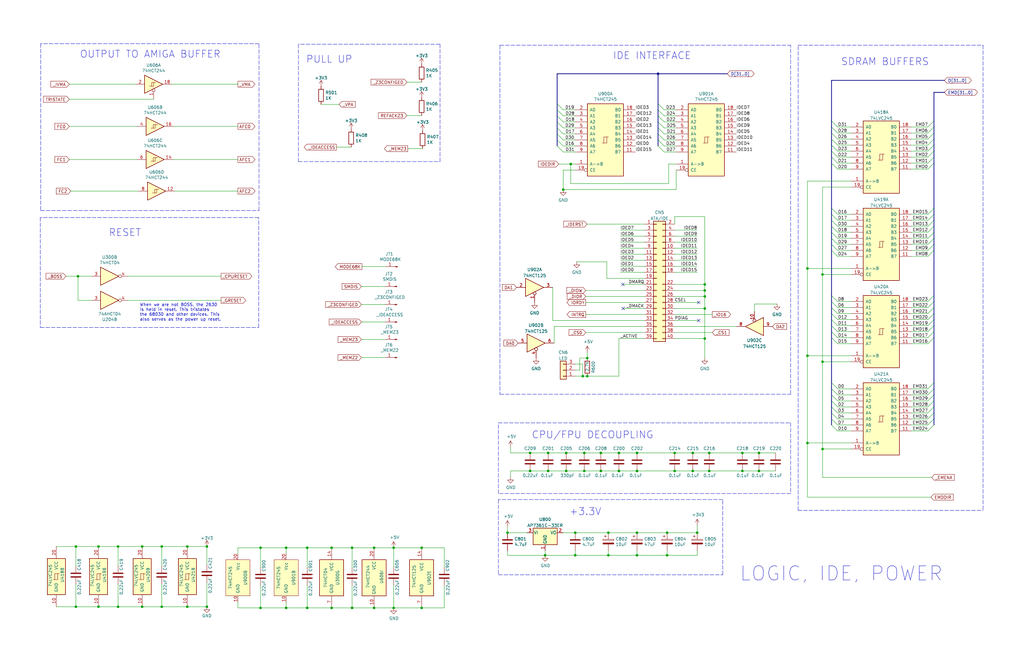
<source format=kicad_sch>
(kicad_sch (version 20211123) (generator eeschema)
  (paper "B")
  (title_block (title "Amiga N2630") (date "2022-07-22") (rev "2.1"))
  (junction (at 340.487 113.284))
  (junction (at 242.57 224.79))
  (junction (at 245.745 158.75))
  (junction (at 297.18 125.095))
  (junction (at 231.14 198.755))
  (junction (at 68.199 256.032))
  (junction (at 148.463 231.14))
  (junction (at 246.38 191.135))
  (junction (at 238.76 191.135))
  (junction (at 284.48 198.755))
  (junction (at 284.48 191.135))
  (junction (at 231.14 191.135))
  (junction (at 292.1 198.755))
  (junction (at 165.989 231.14))
  (junction (at 41.529 230.632))
  (junction (at 256.54 234.315))
  (junction (at 41.529 256.032))
  (junction (at 297.18 122.555))
  (junction (at 157.734 231.14))
  (junction (at 268.605 224.79))
  (junction (at 32.004 256.032))
  (junction (at 320.04 191.135))
  (junction (at 253.365 191.135))
  (junction (at 299.085 198.755))
  (junction (at 129.54 256.54))
  (junction (at 120.65 231.14))
  (junction (at 277.495 31.115))
  (junction (at 165.989 256.54))
  (junction (at 246.38 198.755))
  (junction (at 32.004 230.632))
  (junction (at 109.855 231.14))
  (junction (at 238.76 198.755))
  (junction (at 32.893 116.586))
  (junction (at 109.855 256.54))
  (junction (at 242.57 234.315))
  (junction (at 78.994 256.032))
  (junction (at 260.985 198.755))
  (junction (at 297.18 120.015))
  (junction (at 177.8 256.54))
  (junction (at 120.65 256.54))
  (junction (at 223.52 198.755))
  (junction (at 268.605 198.755))
  (junction (at 49.784 230.632))
  (junction (at 346.837 152.654))
  (junction (at 139.827 231.14))
  (junction (at 87.249 256.032))
  (junction (at 313.055 191.135))
  (junction (at 281.305 234.315))
  (junction (at 139.827 256.54))
  (junction (at 49.784 256.032))
  (junction (at 294.005 224.79))
  (junction (at 78.994 230.632))
  (junction (at 129.54 231.14))
  (junction (at 247.65 158.75))
  (junction (at 320.04 198.755))
  (junction (at 213.995 224.79))
  (junction (at 177.8 231.14))
  (junction (at 268.605 191.135))
  (junction (at 247.65 151.13))
  (junction (at 299.085 191.135))
  (junction (at 87.249 230.632))
  (junction (at 148.463 256.54))
  (junction (at 297.18 142.875))
  (junction (at 340.487 186.944))
  (junction (at 237.49 80.01))
  (junction (at 157.734 256.54))
  (junction (at 340.487 150.114))
  (junction (at 292.1 191.135))
  (junction (at 256.54 224.79))
  (junction (at 346.8624 189.484))
  (junction (at 297.18 130.175))
  (junction (at 346.837 115.824))
  (junction (at 313.055 198.755))
  (junction (at 268.605 234.315))
  (junction (at 229.87 234.315))
  (junction (at 59.944 256.032))
  (junction (at 59.944 230.632))
  (junction (at 240.665 69.215))
  (junction (at 253.365 198.755))
  (junction (at 281.305 224.79))
  (junction (at 68.199 230.632))
  (junction (at 260.985 191.135))
  (junction (at 223.52 191.135))
  (no_connect (at 294.64 127.635))
  (no_connect (at 294.64 135.255))
  (no_connect (at 262.763 130.175))
  (no_connect (at 262.636 120.015))
  (bus_entry (at 353.187 139.954) (size -2.54 -2.54))
  (bus_entry (at 277.495 48.895) (size 2.54 2.54))
  (bus_entry (at 277.495 46.355) (size 2.54 2.54))
  (bus_entry (at 277.495 43.815) (size 2.54 2.54))
  (bus_entry (at 277.495 61.595) (size 2.54 2.54))
  (bus_entry (at 277.495 59.055) (size 2.54 2.54))
  (bus_entry (at 277.495 56.515) (size 2.54 2.54))
  (bus_entry (at 277.495 53.975) (size 2.54 2.54))
  (bus_entry (at 277.495 51.435) (size 2.54 2.54))
  (bus_entry (at 353.187 164.084) (size -2.54 -2.54))
  (bus_entry (at 391.287 145.034) (size 2.54 -2.54))
  (bus_entry (at 391.287 166.624) (size 2.54 -2.54))
  (bus_entry (at 353.187 137.414) (size -2.54 -2.54))
  (bus_entry (at 391.287 164.084) (size 2.54 -2.54))
  (bus_entry (at 391.287 71.374) (size 2.54 -2.54))
  (bus_entry (at 353.187 142.494) (size -2.54 -2.54))
  (bus_entry (at 353.187 53.594) (size -2.54 -2.54))
  (bus_entry (at 353.187 129.794) (size -2.54 -2.54))
  (bus_entry (at 391.287 95.504) (size 2.54 -2.54))
  (bus_entry (at 391.287 103.124) (size 2.54 -2.54))
  (bus_entry (at 391.287 63.754) (size 2.54 -2.54))
  (bus_entry (at 391.287 169.164) (size 2.54 -2.54))
  (bus_entry (at 353.187 103.124) (size -2.54 -2.54))
  (bus_entry (at 391.287 98.044) (size 2.54 -2.54))
  (bus_entry (at 391.287 61.214) (size 2.54 -2.54))
  (bus_entry (at 391.287 127.254) (size 2.54 -2.54))
  (bus_entry (at 353.187 71.374) (size -2.54 -2.54))
  (bus_entry (at 353.187 169.164) (size -2.54 -2.54))
  (bus_entry (at 391.287 66.294) (size 2.54 -2.54))
  (bus_entry (at 353.187 100.584) (size -2.54 -2.54))
  (bus_entry (at 391.287 132.334) (size 2.54 -2.54))
  (bus_entry (at 391.287 142.494) (size 2.54 -2.54))
  (bus_entry (at 391.287 53.594) (size 2.54 -2.54))
  (bus_entry (at 353.187 90.424) (size -2.54 -2.54))
  (bus_entry (at 353.187 166.624) (size -2.54 -2.54))
  (bus_entry (at 353.187 108.204) (size -2.54 -2.54))
  (bus_entry (at 391.287 68.834) (size 2.54 -2.54))
  (bus_entry (at 353.187 95.504) (size -2.54 -2.54))
  (bus_entry (at 391.287 105.664) (size 2.54 -2.54))
  (bus_entry (at 391.287 171.704) (size 2.54 -2.54))
  (bus_entry (at 353.187 132.334) (size -2.54 -2.54))
  (bus_entry (at 391.287 137.414) (size 2.54 -2.54))
  (bus_entry (at 353.187 61.214) (size -2.54 -2.54))
  (bus_entry (at 391.287 108.204) (size 2.54 -2.54))
  (bus_entry (at 353.187 145.034) (size -2.54 -2.54))
  (bus_entry (at 353.187 127.254) (size -2.54 -2.54))
  (bus_entry (at 353.187 63.754) (size -2.54 -2.54))
  (bus_entry (at 353.187 134.874) (size -2.54 -2.54))
  (bus_entry (at 391.287 58.674) (size 2.54 -2.54))
  (bus_entry (at 353.187 68.834) (size -2.54 -2.54))
  (bus_entry (at 391.287 174.244) (size 2.54 -2.54))
  (bus_entry (at 391.287 181.864) (size 2.54 -2.54))
  (bus_entry (at 391.287 179.324) (size 2.54 -2.54))
  (bus_entry (at 391.287 176.784) (size 2.54 -2.54))
  (bus_entry (at 391.287 90.424) (size 2.54 -2.54))
  (bus_entry (at 353.187 92.964) (size -2.54 -2.54))
  (bus_entry (at 353.187 56.134) (size -2.54 -2.54))
  (bus_entry (at 353.187 181.864) (size -2.54 -2.54))
  (bus_entry (at 353.187 66.294) (size -2.54 -2.54))
  (bus_entry (at 353.187 179.324) (size -2.54 -2.54))
  (bus_entry (at 234.95 61.595) (size 2.54 2.54))
  (bus_entry (at 234.95 59.055) (size 2.54 2.54))
  (bus_entry (at 234.95 56.515) (size 2.54 2.54))
  (bus_entry (at 234.95 53.975) (size 2.54 2.54))
  (bus_entry (at 234.95 43.815) (size 2.54 2.54))
  (bus_entry (at 234.95 51.435) (size 2.54 2.54))
  (bus_entry (at 234.95 48.895) (size 2.54 2.54))
  (bus_entry (at 234.95 46.355) (size 2.54 2.54))
  (bus_entry (at 391.287 139.954) (size 2.54 -2.54))
  (bus_entry (at 353.187 174.244) (size -2.54 -2.54))
  (bus_entry (at 391.287 56.134) (size 2.54 -2.54))
  (bus_entry (at 353.187 98.044) (size -2.54 -2.54))
  (bus_entry (at 391.287 134.874) (size 2.54 -2.54))
  (bus_entry (at 353.187 105.664) (size -2.54 -2.54))
  (bus_entry (at 353.187 58.674) (size -2.54 -2.54))
  (bus_entry (at 353.187 171.704) (size -2.54 -2.54))
  (bus_entry (at 353.187 176.784) (size -2.54 -2.54))
  (bus_entry (at 391.287 100.584) (size 2.54 -2.54))
  (bus_entry (at 391.287 92.964) (size 2.54 -2.54))
  (bus_entry (at 391.287 129.794) (size 2.54 -2.54))
  (wire (pts (xy 384.302 127.254) (xy 391.287 127.254)))
  (wire (pts (xy 148.463 256.54) (xy 157.734 256.54)))
  (wire (pts (xy 41.529 256.032) (xy 49.784 256.032)))
  (wire (pts (xy 244.475 156.21) (xy 244.475 151.13)))
  (wire (pts (xy 281.94 77.47) (xy 240.665 77.47)))
  (wire (pts (xy 384.302 179.324) (xy 391.287 179.324)))
  (wire (pts (xy 247.65 151.13) (xy 247.65 148.59)))
  (bus (pts (xy 350.647 124.714) (xy 350.647 105.664)))
  (bus (pts (xy 350.647 174.244) (xy 350.647 171.704)))
  (wire (pts (xy 353.187 164.084) (xy 358.902 164.084)))
  (wire (pts (xy 280.035 51.435) (xy 285.115 51.435)))
  (wire (pts (xy 327.66 128.27) (xy 318.135 128.27)))
  (wire (pts (xy 242.57 153.67) (xy 245.745 153.67)))
  (bus (pts (xy 393.827 127.254) (xy 393.827 124.714)))
  (wire (pts (xy 353.187 53.594) (xy 358.902 53.594)))
  (polyline (pts (xy 333.375 208.28) (xy 210.185 208.28)))
  (wire (pts (xy 284.48 114.935) (xy 294.005 114.935)))
  (bus (pts (xy 234.95 48.895) (xy 234.95 46.355)))
  (wire (pts (xy 213.995 234.315) (xy 229.87 234.315)))
  (polyline (pts (xy 414.528 19.05) (xy 414.528 215.392)))
  (wire (pts (xy 353.187 71.374) (xy 358.902 71.374)))
  (wire (pts (xy 235.585 69.215) (xy 240.665 69.215)))
  (wire (pts (xy 285.115 69.215) (xy 281.94 69.215)))
  (polyline (pts (xy 336.55 215.392) (xy 414.528 215.392)))
  (wire (pts (xy 129.54 231.14) (xy 129.54 239.395)))
  (wire (pts (xy 384.302 166.624) (xy 391.287 166.624)))
  (polyline (pts (xy 336.55 19.05) (xy 414.528 19.05)))
  (bus (pts (xy 393.827 161.544) (xy 393.827 142.494)))
  (wire (pts (xy 284.48 130.175) (xy 297.18 130.175)))
  (bus (pts (xy 393.827 169.164) (xy 393.827 166.624)))
  (wire (pts (xy 260.985 198.755) (xy 253.365 198.755)))
  (wire (pts (xy 23.749 256.032) (xy 32.004 256.032)))
  (bus (pts (xy 393.827 105.664) (xy 393.827 103.124)))
  (wire (pts (xy 165.989 247.015) (xy 165.989 256.54)))
  (wire (pts (xy 73.66 80.645) (xy 100.33 80.645)))
  (bus (pts (xy 393.827 56.134) (xy 393.827 53.594)))
  (wire (pts (xy 171.958 62.738) (xy 178.181 62.738)))
  (wire (pts (xy 238.76 191.135) (xy 231.14 191.135)))
  (bus (pts (xy 350.647 98.044) (xy 350.647 95.504)))
  (polyline (pts (xy 185.547 18.669) (xy 125.857 18.669)))
  (wire (pts (xy 346.837 115.824) (xy 358.902 115.824)))
  (bus (pts (xy 393.827 132.334) (xy 393.827 129.794)))
  (bus (pts (xy 393.827 95.504) (xy 393.827 92.964)))
  (wire (pts (xy 32.004 256.032) (xy 41.529 256.032)))
  (wire (pts (xy 32.893 116.586) (xy 32.893 126.746)))
  (wire (pts (xy 148.463 231.14) (xy 157.734 231.14)))
  (wire (pts (xy 157.734 256.54) (xy 165.989 256.54)))
  (wire (pts (xy 280.035 46.355) (xy 285.115 46.355)))
  (wire (pts (xy 294.005 232.41) (xy 294.005 234.315)))
  (wire (pts (xy 346.837 115.824) (xy 346.837 152.654)))
  (wire (pts (xy 297.18 130.175) (xy 297.18 142.875)))
  (bus (pts (xy 350.647 179.324) (xy 350.647 176.784)))
  (wire (pts (xy 260.985 142.875) (xy 260.985 158.75)))
  (wire (pts (xy 384.302 95.504) (xy 391.287 95.504)))
  (polyline (pts (xy 109.093 138.176) (xy 109.093 91.821)))
  (wire (pts (xy 292.1 198.755) (xy 299.085 198.755)))
  (wire (pts (xy 247.015 127.635) (xy 271.78 127.635)))
  (wire (pts (xy 353.187 103.124) (xy 358.902 103.124)))
  (wire (pts (xy 129.54 256.54) (xy 139.827 256.54)))
  (bus (pts (xy 350.647 105.664) (xy 350.647 103.124)))
  (bus (pts (xy 393.827 176.784) (xy 393.827 174.244)))
  (wire (pts (xy 143.002 44.069) (xy 135.382 44.069)))
  (wire (pts (xy 255.905 117.475) (xy 271.78 117.475)))
  (wire (pts (xy 353.187 58.674) (xy 358.902 58.674)))
  (bus (pts (xy 234.95 31.115) (xy 277.495 31.115)))
  (polyline (pts (xy 210.82 166.37) (xy 333.375 166.37)))
  (polyline (pts (xy 210.185 208.28) (xy 210.185 178.435)))
  (wire (pts (xy 353.187 68.834) (xy 358.902 68.834)))
  (polyline (pts (xy 210.82 19.05) (xy 333.375 19.05)))
  (wire (pts (xy 32.004 230.632) (xy 23.749 230.632)))
  (bus (pts (xy 350.647 166.624) (xy 350.647 164.084)))
  (bus (pts (xy 393.827 51.054) (xy 393.827 38.989)))
  (wire (pts (xy 87.249 230.632) (xy 78.994 230.632)))
  (wire (pts (xy 384.302 66.294) (xy 391.287 66.294)))
  (wire (pts (xy 87.249 256.032) (xy 87.249 245.872)))
  (wire (pts (xy 346.837 78.994) (xy 346.837 115.824)))
  (bus (pts (xy 350.647 103.124) (xy 350.647 100.584)))
  (wire (pts (xy 384.302 181.864) (xy 391.287 181.864)))
  (wire (pts (xy 284.48 127.635) (xy 294.64 127.635)))
  (wire (pts (xy 109.855 247.015) (xy 109.855 256.54)))
  (wire (pts (xy 284.48 140.335) (xy 300.355 140.335)))
  (wire (pts (xy 284.48 109.855) (xy 294.005 109.855)))
  (wire (pts (xy 353.187 179.324) (xy 358.902 179.324)))
  (wire (pts (xy 261.62 102.235) (xy 271.78 102.235)))
  (wire (pts (xy 384.302 134.874) (xy 391.287 134.874)))
  (wire (pts (xy 268.605 191.135) (xy 284.48 191.135)))
  (wire (pts (xy 240.665 69.215) (xy 242.57 69.215)))
  (wire (pts (xy 346.8624 189.484) (xy 346.8624 201.4728)))
  (wire (pts (xy 64.77 41.91) (xy 29.21 41.91)))
  (wire (pts (xy 281.305 234.315) (xy 268.605 234.315)))
  (wire (pts (xy 53.848 126.746) (xy 93.218 126.746)))
  (wire (pts (xy 100.33 231.14) (xy 109.855 231.14)))
  (wire (pts (xy 340.487 113.284) (xy 340.487 150.114)))
  (wire (pts (xy 68.199 230.632) (xy 68.199 238.887)))
  (bus (pts (xy 393.827 179.324) (xy 393.827 176.784)))
  (wire (pts (xy 223.52 191.135) (xy 215.265 191.135)))
  (bus (pts (xy 234.95 43.815) (xy 234.95 31.115)))
  (wire (pts (xy 68.199 246.507) (xy 68.199 256.032)))
  (wire (pts (xy 242.57 156.21) (xy 244.475 156.21)))
  (wire (pts (xy 49.784 230.632) (xy 49.784 238.887)))
  (wire (pts (xy 139.827 231.14) (xy 148.463 231.14)))
  (bus (pts (xy 350.647 139.954) (xy 350.647 137.414)))
  (wire (pts (xy 237.49 224.79) (xy 242.57 224.79)))
  (bus (pts (xy 350.647 142.494) (xy 350.647 139.954)))
  (wire (pts (xy 320.04 191.135) (xy 313.055 191.135)))
  (wire (pts (xy 255.905 110.49) (xy 255.905 117.475)))
  (bus (pts (xy 234.95 46.355) (xy 234.95 43.815)))
  (bus (pts (xy 350.647 95.504) (xy 350.647 92.964)))
  (polyline (pts (xy 109.22 88.9) (xy 109.22 18.415)))
  (wire (pts (xy 187.325 247.015) (xy 187.325 256.54)))
  (wire (pts (xy 242.57 158.75) (xy 245.745 158.75)))
  (bus (pts (xy 277.495 59.055) (xy 277.495 56.515)))
  (bus (pts (xy 350.647 129.794) (xy 350.647 127.254)))
  (wire (pts (xy 353.187 134.874) (xy 358.902 134.874)))
  (wire (pts (xy 215.265 198.755) (xy 215.265 201.295)))
  (wire (pts (xy 152.4 120.904) (xy 162.306 120.904)))
  (polyline (pts (xy 210.82 19.05) (xy 210.82 166.37)))
  (bus (pts (xy 277.495 51.435) (xy 277.495 48.895)))
  (wire (pts (xy 268.605 198.755) (xy 284.48 198.755)))
  (wire (pts (xy 384.302 108.204) (xy 391.287 108.204)))
  (wire (pts (xy 281.305 224.79) (xy 294.005 224.79)))
  (bus (pts (xy 393.827 124.714) (xy 393.827 105.664)))
  (wire (pts (xy 284.48 99.695) (xy 294.005 99.695)))
  (wire (pts (xy 68.199 230.632) (xy 59.944 230.632)))
  (wire (pts (xy 384.302 169.164) (xy 391.287 169.164)))
  (wire (pts (xy 68.199 256.032) (xy 78.994 256.032)))
  (wire (pts (xy 346.8624 201.4728) (xy 392.8872 201.4728)))
  (wire (pts (xy 384.302 171.704) (xy 391.287 171.704)))
  (wire (pts (xy 346.837 152.654) (xy 358.902 152.654)))
  (wire (pts (xy 284.48 104.775) (xy 294.005 104.775)))
  (wire (pts (xy 353.187 63.754) (xy 358.902 63.754)))
  (wire (pts (xy 284.48 198.755) (xy 292.1 198.755)))
  (wire (pts (xy 229.87 232.41) (xy 229.87 234.315)))
  (wire (pts (xy 284.48 132.715) (xy 300.355 132.715)))
  (wire (pts (xy 237.49 59.055) (xy 242.57 59.055)))
  (wire (pts (xy 340.487 76.454) (xy 340.487 113.284)))
  (wire (pts (xy 148.463 247.015) (xy 148.463 256.54)))
  (wire (pts (xy 340.487 150.114) (xy 358.902 150.114)))
  (bus (pts (xy 393.827 87.884) (xy 393.827 68.834)))
  (wire (pts (xy 284.48 94.615) (xy 284.48 91.44)))
  (wire (pts (xy 384.302 174.244) (xy 391.287 174.244)))
  (wire (pts (xy 72.39 35.56) (xy 100.33 35.56)))
  (wire (pts (xy 384.302 137.414) (xy 391.287 137.414)))
  (wire (pts (xy 284.48 107.315) (xy 294.005 107.315)))
  (wire (pts (xy 59.944 230.632) (xy 49.784 230.632)))
  (bus (pts (xy 234.95 51.435) (xy 234.95 48.895)))
  (bus (pts (xy 234.95 61.595) (xy 234.95 59.055)))
  (wire (pts (xy 213.995 232.41) (xy 213.995 234.315)))
  (wire (pts (xy 384.302 139.954) (xy 391.287 139.954)))
  (bus (pts (xy 350.647 53.594) (xy 350.647 51.054)))
  (wire (pts (xy 100.33 256.54) (xy 109.855 256.54)))
  (wire (pts (xy 139.827 256.54) (xy 148.463 256.54)))
  (wire (pts (xy 237.49 51.435) (xy 242.57 51.435)))
  (wire (pts (xy 268.605 191.135) (xy 260.985 191.135)))
  (bus (pts (xy 393.827 100.584) (xy 393.827 98.044)))
  (wire (pts (xy 223.52 198.755) (xy 231.14 198.755)))
  (polyline (pts (xy 109.093 91.821) (xy 17.018 91.821)))
  (wire (pts (xy 152.654 112.522) (xy 162.56 112.522)))
  (wire (pts (xy 353.187 174.244) (xy 358.902 174.244)))
  (polyline (pts (xy 17.018 91.821) (xy 17.018 138.176)))
  (wire (pts (xy 245.745 158.75) (xy 247.65 158.75)))
  (bus (pts (xy 350.647 100.584) (xy 350.647 98.044)))
  (polyline (pts (xy 304.8 242.57) (xy 304.8 210.82)))
  (bus (pts (xy 277.495 43.815) (xy 277.495 31.115)))
  (wire (pts (xy 261.62 114.935) (xy 271.78 114.935)))
  (wire (pts (xy 58.42 80.645) (xy 29.845 80.645)))
  (wire (pts (xy 297.18 120.015) (xy 297.18 122.555)))
  (wire (pts (xy 313.055 198.755) (xy 320.04 198.755)))
  (wire (pts (xy 165.989 239.395) (xy 165.989 231.14)))
  (wire (pts (xy 261.62 107.315) (xy 271.78 107.315)))
  (bus (pts (xy 234.95 53.975) (xy 234.95 51.435)))
  (wire (pts (xy 260.985 142.875) (xy 271.78 142.875)))
  (wire (pts (xy 384.302 145.034) (xy 391.287 145.034)))
  (bus (pts (xy 393.827 142.494) (xy 393.827 139.954)))
  (wire (pts (xy 243.205 110.49) (xy 255.905 110.49)))
  (wire (pts (xy 242.57 224.79) (xy 256.54 224.79)))
  (bus (pts (xy 393.827 53.594) (xy 393.827 51.054)))
  (wire (pts (xy 120.65 254) (xy 120.65 256.54)))
  (polyline (pts (xy 333.375 178.435) (xy 333.375 208.28)))
  (wire (pts (xy 256.54 232.41) (xy 256.54 234.315)))
  (bus (pts (xy 277.495 53.975) (xy 277.495 51.435)))
  (polyline (pts (xy 17.018 138.176) (xy 109.093 138.176)))
  (bus (pts (xy 277.495 31.115) (xy 306.705 31.115)))
  (wire (pts (xy 358.902 78.994) (xy 346.837 78.994)))
  (wire (pts (xy 152.4 128.524) (xy 162.306 128.524)))
  (wire (pts (xy 384.302 129.794) (xy 391.287 129.794)))
  (wire (pts (xy 353.187 100.584) (xy 358.902 100.584)))
  (wire (pts (xy 231.14 198.755) (xy 238.76 198.755)))
  (wire (pts (xy 353.187 98.044) (xy 358.902 98.044)))
  (wire (pts (xy 384.302 71.374) (xy 391.287 71.374)))
  (wire (pts (xy 261.62 109.855) (xy 271.78 109.855)))
  (bus (pts (xy 350.647 164.084) (xy 350.647 161.544)))
  (polyline (pts (xy 17.145 88.9) (xy 109.22 88.9)))
  (wire (pts (xy 353.187 127.254) (xy 358.902 127.254)))
  (wire (pts (xy 280.035 64.135) (xy 285.115 64.135)))
  (wire (pts (xy 353.187 108.204) (xy 358.902 108.204)))
  (wire (pts (xy 294.005 224.79) (xy 294.005 221.615)))
  (wire (pts (xy 244.475 151.13) (xy 247.65 151.13)))
  (wire (pts (xy 247.523 94.615) (xy 271.78 94.615)))
  (bus (pts (xy 350.647 132.334) (xy 350.647 129.794)))
  (bus (pts (xy 393.827 68.834) (xy 393.827 66.294)))
  (bus (pts (xy 277.495 48.895) (xy 277.495 46.355)))
  (wire (pts (xy 256.54 224.79) (xy 268.605 224.79)))
  (wire (pts (xy 165.989 256.54) (xy 177.8 256.54)))
  (wire (pts (xy 340.487 186.944) (xy 358.902 186.944)))
  (wire (pts (xy 261.62 99.695) (xy 271.78 99.695)))
  (wire (pts (xy 237.49 80.01) (xy 285.115 80.01)))
  (polyline (pts (xy 125.857 68.199) (xy 185.547 68.199)))
  (wire (pts (xy 358.902 76.454) (xy 340.487 76.454)))
  (wire (pts (xy 233.68 137.795) (xy 233.68 144.78)))
  (wire (pts (xy 256.54 234.315) (xy 268.605 234.315)))
  (wire (pts (xy 32.004 246.507) (xy 32.004 256.032)))
  (wire (pts (xy 261.62 104.775) (xy 271.78 104.775)))
  (wire (pts (xy 280.035 53.975) (xy 285.115 53.975)))
  (wire (pts (xy 353.187 137.414) (xy 358.902 137.414)))
  (bus (pts (xy 393.827 129.794) (xy 393.827 127.254)))
  (bus (pts (xy 393.827 164.084) (xy 393.827 161.544)))
  (wire (pts (xy 59.944 256.032) (xy 68.199 256.032)))
  (wire (pts (xy 78.994 256.032) (xy 87.249 256.032)))
  (wire (pts (xy 229.87 234.315) (xy 242.57 234.315)))
  (wire (pts (xy 165.989 231.14) (xy 177.8 231.14)))
  (wire (pts (xy 53.848 116.586) (xy 93.218 116.586)))
  (wire (pts (xy 237.49 53.975) (xy 242.57 53.975)))
  (wire (pts (xy 261.62 97.155) (xy 271.78 97.155)))
  (wire (pts (xy 57.785 53.34) (xy 29.21 53.34)))
  (bus (pts (xy 393.827 61.214) (xy 393.827 58.674)))
  (bus (pts (xy 393.827 63.754) (xy 393.827 61.214)))
  (wire (pts (xy 57.15 35.56) (xy 29.21 35.56)))
  (bus (pts (xy 393.827 139.954) (xy 393.827 137.414)))
  (wire (pts (xy 346.8624 189.484) (xy 358.902 189.484)))
  (wire (pts (xy 384.302 100.584) (xy 391.287 100.584)))
  (wire (pts (xy 353.187 139.954) (xy 358.902 139.954)))
  (wire (pts (xy 253.365 191.135) (xy 246.38 191.135)))
  (wire (pts (xy 247.015 122.555) (xy 271.78 122.555)))
  (wire (pts (xy 129.54 231.14) (xy 139.827 231.14)))
  (wire (pts (xy 297.18 122.555) (xy 297.18 125.095)))
  (wire (pts (xy 353.187 95.504) (xy 358.902 95.504)))
  (wire (pts (xy 152.4 143.256) (xy 162.306 143.256)))
  (bus (pts (xy 234.95 56.515) (xy 234.95 53.975)))
  (bus (pts (xy 350.647 127.254) (xy 350.647 124.714)))
  (wire (pts (xy 141.859 62.103) (xy 148.082 62.103)))
  (wire (pts (xy 57.785 67.31) (xy 29.21 67.31)))
  (bus (pts (xy 277.495 46.355) (xy 277.495 43.815)))
  (bus (pts (xy 350.647 87.884) (xy 350.647 68.834)))
  (wire (pts (xy 284.48 122.555) (xy 297.18 122.555)))
  (bus (pts (xy 393.827 137.414) (xy 393.827 134.874)))
  (wire (pts (xy 78.994 230.632) (xy 68.199 230.632)))
  (wire (pts (xy 353.187 56.134) (xy 358.902 56.134)))
  (wire (pts (xy 238.76 198.755) (xy 246.38 198.755)))
  (wire (pts (xy 294.005 234.315) (xy 281.305 234.315)))
  (wire (pts (xy 109.855 231.14) (xy 109.855 239.395)))
  (wire (pts (xy 73.025 67.31) (xy 100.33 67.31)))
  (wire (pts (xy 353.187 142.494) (xy 358.902 142.494)))
  (wire (pts (xy 284.48 142.875) (xy 297.18 142.875)))
  (polyline (pts (xy 210.185 242.57) (xy 304.8 242.57)))
  (polyline (pts (xy 210.185 178.435) (xy 333.375 178.435)))
  (wire (pts (xy 353.187 169.164) (xy 358.902 169.164)))
  (wire (pts (xy 353.187 176.784) (xy 358.902 176.784)))
  (bus (pts (xy 393.827 90.424) (xy 393.827 87.884)))
  (wire (pts (xy 353.187 171.704) (xy 358.902 171.704)))
  (wire (pts (xy 120.65 231.14) (xy 129.54 231.14)))
  (wire (pts (xy 284.48 102.235) (xy 294.005 102.235)))
  (wire (pts (xy 384.302 98.044) (xy 391.287 98.044)))
  (wire (pts (xy 292.1 191.135) (xy 299.085 191.135)))
  (bus (pts (xy 350.647 66.294) (xy 350.647 63.754)))
  (wire (pts (xy 237.49 71.755) (xy 237.49 80.01)))
  (wire (pts (xy 384.302 63.754) (xy 391.287 63.754)))
  (wire (pts (xy 120.65 231.14) (xy 120.65 233.68)))
  (bus (pts (xy 393.827 58.674) (xy 393.827 56.134)))
  (wire (pts (xy 284.48 91.44) (xy 297.18 91.44)))
  (wire (pts (xy 262.763 130.175) (xy 271.78 130.175)))
  (wire (pts (xy 120.65 256.54) (xy 129.54 256.54)))
  (wire (pts (xy 187.325 256.54) (xy 177.8 256.54)))
  (wire (pts (xy 268.605 198.755) (xy 260.985 198.755)))
  (wire (pts (xy 247.015 132.715) (xy 271.78 132.715)))
  (polyline (pts (xy 304.8 210.82) (xy 210.185 210.82)))
  (wire (pts (xy 246.38 191.135) (xy 238.76 191.135)))
  (wire (pts (xy 280.035 61.595) (xy 285.115 61.595)))
  (bus (pts (xy 350.647 161.544) (xy 350.647 142.494)))
  (wire (pts (xy 223.52 198.755) (xy 215.265 198.755)))
  (bus (pts (xy 393.827 166.624) (xy 393.827 164.084)))
  (wire (pts (xy 171.577 34.671) (xy 177.8 34.671)))
  (bus (pts (xy 277.495 56.515) (xy 277.495 53.975)))
  (wire (pts (xy 280.035 59.055) (xy 285.115 59.055)))
  (wire (pts (xy 32.893 116.586) (xy 27.813 116.586)))
  (wire (pts (xy 233.045 135.255) (xy 271.78 135.255)))
  (wire (pts (xy 268.605 234.315) (xy 268.605 232.41)))
  (wire (pts (xy 260.985 191.135) (xy 253.365 191.135)))
  (wire (pts (xy 87.249 238.252) (xy 87.249 230.632)))
  (wire (pts (xy 41.529 230.632) (xy 32.004 230.632)))
  (wire (pts (xy 353.187 61.214) (xy 358.902 61.214)))
  (wire (pts (xy 353.187 129.794) (xy 358.902 129.794)))
  (wire (pts (xy 353.187 181.864) (xy 358.902 181.864)))
  (wire (pts (xy 281.305 232.41) (xy 281.305 234.315)))
  (bus (pts (xy 393.827 103.124) (xy 393.827 100.584)))
  (wire (pts (xy 353.187 92.964) (xy 358.902 92.964)))
  (wire (pts (xy 284.48 137.795) (xy 310.515 137.795)))
  (polyline (pts (xy 109.22 18.415) (xy 17.145 18.415)))
  (polyline (pts (xy 336.55 215.392) (xy 336.55 19.05)))
  (wire (pts (xy 242.57 234.315) (xy 242.57 232.41)))
  (bus (pts (xy 350.647 51.054) (xy 350.647 33.909)))
  (wire (pts (xy 237.49 56.515) (xy 242.57 56.515)))
  (wire (pts (xy 284.48 97.155) (xy 294.005 97.155)))
  (wire (pts (xy 213.995 224.79) (xy 213.995 222.25)))
  (wire (pts (xy 187.325 239.395) (xy 187.325 231.14)))
  (wire (pts (xy 148.463 239.395) (xy 148.463 231.14)))
  (wire (pts (xy 353.187 90.424) (xy 358.902 90.424)))
  (bus (pts (xy 393.827 134.874) (xy 393.827 132.334)))
  (wire (pts (xy 73.025 53.34) (xy 100.33 53.34)))
  (wire (pts (xy 384.302 68.834) (xy 391.287 68.834)))
  (bus (pts (xy 350.647 90.424) (xy 350.647 87.884)))
  (wire (pts (xy 237.49 46.355) (xy 242.57 46.355)))
  (wire (pts (xy 384.302 176.784) (xy 391.287 176.784)))
  (wire (pts (xy 231.14 191.135) (xy 223.52 191.135)))
  (wire (pts (xy 384.302 56.134) (xy 391.287 56.134)))
  (wire (pts (xy 49.784 246.507) (xy 49.784 256.032)))
  (wire (pts (xy 247.65 158.75) (xy 260.985 158.75)))
  (wire (pts (xy 384.302 103.124) (xy 391.287 103.124)))
  (wire (pts (xy 242.57 234.315) (xy 256.54 234.315)))
  (wire (pts (xy 353.187 66.294) (xy 358.902 66.294)))
  (wire (pts (xy 100.33 231.14) (xy 100.33 233.68)))
  (wire (pts (xy 340.487 209.804) (xy 392.557 209.804)))
  (wire (pts (xy 129.54 247.015) (xy 129.54 256.54)))
  (wire (pts (xy 384.302 58.674) (xy 391.287 58.674)))
  (wire (pts (xy 171.577 48.768) (xy 177.8 48.768)))
  (wire (pts (xy 187.325 231.14) (xy 177.8 231.14)))
  (bus (pts (xy 393.827 171.704) (xy 393.827 169.164)))
  (wire (pts (xy 247.015 125.095) (xy 271.78 125.095)))
  (wire (pts (xy 271.78 137.795) (xy 233.68 137.795)))
  (wire (pts (xy 246.38 198.755) (xy 253.365 198.755)))
  (wire (pts (xy 222.25 224.79) (xy 213.995 224.79)))
  (bus (pts (xy 393.827 174.244) (xy 393.827 171.704)))
  (bus (pts (xy 393.827 98.044) (xy 393.827 95.504)))
  (polyline (pts (xy 185.547 68.199) (xy 185.547 18.669)))
  (wire (pts (xy 262.636 120.015) (xy 271.78 120.015)))
  (wire (pts (xy 281.94 69.215) (xy 281.94 77.47)))
  (wire (pts (xy 384.302 61.214) (xy 391.287 61.214)))
  (wire (pts (xy 297.18 142.875) (xy 297.18 151.13)))
  (bus (pts (xy 350.647 176.784) (xy 350.647 174.244)))
  (bus (pts (xy 350.647 58.674) (xy 350.647 56.134)))
  (bus (pts (xy 393.827 38.989) (xy 398.272 38.989)))
  (polyline (pts (xy 333.375 166.37) (xy 333.375 19.05)))
  (wire (pts (xy 261.62 112.395) (xy 271.78 112.395)))
  (wire (pts (xy 284.48 120.015) (xy 297.18 120.015)))
  (wire (pts (xy 237.49 64.135) (xy 242.57 64.135)))
  (wire (pts (xy 284.48 191.135) (xy 292.1 191.135)))
  (wire (pts (xy 340.487 186.944) (xy 340.487 209.804)))
  (wire (pts (xy 38.608 126.746) (xy 32.893 126.746)))
  (wire (pts (xy 49.784 230.632) (xy 41.529 230.632)))
  (wire (pts (xy 100.33 254) (xy 100.33 256.54)))
  (wire (pts (xy 346.837 152.654) (xy 346.837 189.484)))
  (wire (pts (xy 318.135 128.27) (xy 318.135 131.445)))
  (wire (pts (xy 353.187 166.624) (xy 358.902 166.624)))
  (wire (pts (xy 38.608 116.586) (xy 32.893 116.586)))
  (wire (pts (xy 237.49 61.595) (xy 242.57 61.595)))
  (wire (pts (xy 109.855 256.54) (xy 120.65 256.54)))
  (wire (pts (xy 353.187 132.334) (xy 358.902 132.334)))
  (wire (pts (xy 353.187 105.664) (xy 358.902 105.664)))
  (wire (pts (xy 152.4 135.89) (xy 162.306 135.89)))
  (bus (pts (xy 350.647 169.164) (xy 350.647 166.624)))
  (wire (pts (xy 32.004 230.632) (xy 32.004 238.887)))
  (bus (pts (xy 277.495 61.595) (xy 277.495 59.055)))
  (wire (pts (xy 284.48 112.395) (xy 294.005 112.395)))
  (wire (pts (xy 152.4 150.876) (xy 162.306 150.876)))
  (wire (pts (xy 245.745 153.67) (xy 245.745 158.75)))
  (wire (pts (xy 247.015 140.335) (xy 271.78 140.335)))
  (bus (pts (xy 393.827 66.294) (xy 393.827 63.754)))
  (wire (pts (xy 109.855 231.14) (xy 120.65 231.14)))
  (bus (pts (xy 350.647 134.874) (xy 350.647 132.334)))
  (wire (pts (xy 384.302 53.594) (xy 391.287 53.594)))
  (wire (pts (xy 340.487 113.284) (xy 358.902 113.284)))
  (wire (pts (xy 233.045 135.255) (xy 233.045 121.285)))
  (wire (pts (xy 237.49 71.755) (xy 242.57 71.755)))
  (wire (pts (xy 346.837 189.484) (xy 346.8624 189.484)))
  (bus (pts (xy 350.647 33.909) (xy 398.272 33.909)))
  (bus (pts (xy 350.647 137.414) (xy 350.647 134.874)))
  (wire (pts (xy 320.04 198.755) (xy 327.025 198.755)))
  (bus (pts (xy 350.647 63.754) (xy 350.647 61.214)))
  (polyline (pts (xy 17.145 18.415) (xy 17.145 88.9)))
  (wire (pts (xy 384.302 142.494) (xy 391.287 142.494)))
  (bus (pts (xy 350.647 68.834) (xy 350.647 66.294)))
  (wire (pts (xy 215.265 191.135) (xy 215.265 188.595)))
  (bus (pts (xy 350.647 61.214) (xy 350.647 58.674)))
  (wire (pts (xy 280.035 56.515) (xy 285.115 56.515)))
  (bus (pts (xy 234.95 59.055) (xy 234.95 56.515)))
  (wire (pts (xy 297.18 91.44) (xy 297.18 120.015)))
  (wire (pts (xy 384.302 92.964) (xy 391.287 92.964)))
  (bus (pts (xy 393.827 92.964) (xy 393.827 90.424)))
  (polyline (pts (xy 210.185 210.82) (xy 210.185 242.57)))
  (wire (pts (xy 384.302 132.334) (xy 391.287 132.334)))
  (bus (pts (xy 350.647 56.134) (xy 350.647 53.594)))
  (wire (pts (xy 49.784 256.032) (xy 59.944 256.032)))
  (wire (pts (xy 157.734 231.14) (xy 165.989 231.14)))
  (wire (pts (xy 240.665 77.47) (xy 240.665 69.215)))
  (wire (pts (xy 353.187 145.034) (xy 358.902 145.034)))
  (wire (pts (xy 284.48 135.255) (xy 294.64 135.255)))
  (wire (pts (xy 327.025 191.135) (xy 320.04 191.135)))
  (wire (pts (xy 384.302 105.664) (xy 391.287 105.664)))
  (wire (pts (xy 384.302 90.424) (xy 391.287 90.424)))
  (wire (pts (xy 297.18 125.095) (xy 297.18 130.175)))
  (wire (pts (xy 237.49 48.895) (xy 242.57 48.895)))
  (wire (pts (xy 340.487 150.114) (xy 340.487 186.944)))
  (wire (pts (xy 299.085 198.755) (xy 313.055 198.755)))
  (wire (pts (xy 268.605 224.79) (xy 281.305 224.79)))
  (wire (pts (xy 384.302 164.084) (xy 391.287 164.084)))
  (wire (pts (xy 285.115 80.01) (xy 285.115 71.755)))
  (wire (pts (xy 280.035 48.895) (xy 285.115 48.895)))
  (wire (pts (xy 299.085 191.135) (xy 313.055 191.135)))
  (wire (pts (xy 284.48 125.095) (xy 297.18 125.095)))
  (polyline (pts (xy 125.857 18.669) (xy 125.857 68.199)))
  (bus (pts (xy 350.647 171.704) (xy 350.647 169.164)))
  (bus (pts (xy 350.647 92.964) (xy 350.647 90.424)))
  (text "IDE INTERFACE" (at 258.445 25.4 0) (effects (font (size 3 3)) (justify left bottom)))
  (text "PULL UP" (at 129.032 26.924 0) (effects (font (size 2.9972 2.9972)) (justify left bottom)))
  (text "RESET" (at 59.563 100.076 180) (effects (font (size 2.9972 2.9972)) (justify right bottom)))
  (text "CPU/FPU DECOUPLING" (at 224.155 185.42 0) (effects (font (size 2.9972 2.9972)) (justify left bottom)))
  (text "LOGIC, IDE, POWER" (at 311.785 245.745 0) (effects (font (size 6 6)) (justify left bottom)))
  (text "When we are not BOSS, the 2630\nis held in reset. This tristates \nthe 68030 and other devices. This\nalso serves as the power up reset." (at 58.928 135.636 0) (effects (font (size 1.27 1.27)) (justify left bottom)))
  (text "OUTPUT TO AMIGA BUFFER" (at 33.655 24.765 0) (effects (font (size 2.9972 2.9972)) (justify left bottom)))
  (text "SDRAM BUFFERS" (at 354.584 27.94 0) (effects (font (size 3 3)) (justify left bottom)))
  (text "+3.3V" (at 240.03 217.805 0) (effects (font (size 2.9972 2.9972)) (justify left bottom)))
  (label "CSEL" (at 284.48 127.635 0))
  (label "D20" (at 284.734 61.595 180))
  (label "D18" (at 353.314 98.044 0))
  (label "EMD17" (at 391.287 142.494 180))
  (label "EMD16" (at 391.287 145.034 180))
  (label "PDIAG" (at 284.48 135.255 0))
  (label "D25" (at 353.314 61.214 0))
  (label "IDED11" (at 310.515 64.135 0))
  (label "D28" (at 242.316 48.895 180))
  (label "EMD18" (at 391.287 139.954 180))
  (label "IDED6" (at 261.62 99.695 0))
  (label "D13" (at 353.314 139.954 0))
  (label "IDED7" (at 310.515 46.355 0))
  (label "IDED4" (at 261.62 104.775 0))
  (label "D22" (at 284.861 51.435 180))
  (label "EMD11" (at 391.287 100.584 180))
  (label "D10" (at 353.314 181.864 0))
  (label "D8" (at 353.314 127.254 0))
  (label "D0" (at 353.314 164.084 0))
  (label "_ACTIVE" (at 261.62 142.875 0))
  (label "IDED15" (at 294.005 114.935 180))
  (label "IDED9" (at 310.515 53.975 0))
  (label "EMD13" (at 391.287 95.504 180))
  (label "EMD20" (at 391.287 134.874 180))
  (label "_DMACK" (at 271.653 130.175 180))
  (label "IDED9" (at 294.005 99.695 180))
  (label "EMD15" (at 391.287 90.424 180))
  (label "D22" (at 353.314 66.294 0))
  (label "IDED14" (at 267.97 59.055 0))
  (label "EMD30" (at 391.287 166.624 180))
  (label "IDED10" (at 310.515 59.055 0))
  (label "IDED3" (at 261.62 107.315 0))
  (label "D26" (at 284.861 59.055 180))
  (label "EMD12" (at 391.287 98.044 180))
  (label "IDED8" (at 294.005 97.155 180))
  (label "D27" (at 284.861 64.135 180))
  (label "EMD8" (at 391.287 108.204 180))
  (label "D7" (at 353.314 179.324 0))
  (label "IDED0" (at 267.97 61.595 0))
  (label "D29" (at 353.314 103.124 0))
  (label "EMD7" (at 391.287 53.594 180))
  (label "D19" (at 242.189 46.355 180))
  (label "IDED4" (at 310.515 61.595 0))
  (label "D19" (at 353.314 100.584 0))
  (label "IDED14" (at 294.005 112.395 180))
  (label "D5" (at 353.314 169.164 0))
  (label "D20" (at 353.314 71.374 0))
  (label "D21" (at 284.988 56.515 180))
  (label "D26" (at 353.314 58.674 0))
  (label "D31" (at 353.314 53.594 0))
  (label "D23" (at 353.314 63.754 0))
  (label "D15" (at 353.314 145.034 0))
  (label "IDED8" (at 310.515 48.895 0))
  (label "IDED3" (at 267.97 46.355 0))
  (label "D1" (at 353.314 166.624 0))
  (label "IDED15" (at 267.97 64.135 0))
  (label "IDED6" (at 310.515 51.435 0))
  (label "EMD10" (at 391.287 103.124 180))
  (label "EMD2" (at 391.287 66.294 180))
  (label "EMD26" (at 391.287 176.784 180))
  (label "IDED2" (at 261.62 109.855 0))
  (label "EMD31" (at 391.287 164.084 180))
  (label "EMD22" (at 391.287 129.794 180))
  (label "EMD29" (at 391.287 169.164 180))
  (label "D4" (at 353.314 176.784 0))
  (label "D17" (at 242.316 56.515 180))
  (label "D18" (at 242.316 51.435 180))
  (label "D31" (at 242.316 64.135 180))
  (label "D23" (at 284.734 46.355 180))
  (label "EMD1" (at 391.287 68.834 180))
  (label "D24" (at 284.861 48.895 180))
  (label "EMD19" (at 391.287 137.414 180))
  (label "IDED5" (at 310.515 56.515 0))
  (label "D9" (at 353.314 132.334 0))
  (label "IDED12" (at 267.97 48.895 0))
  (label "EMD21" (at 391.287 132.334 180))
  (label "EMD24" (at 391.287 181.864 180))
  (label "D30" (at 242.189 59.055 180))
  (label "EMD28" (at 391.287 171.704 180))
  (label "EMD9" (at 391.287 105.664 180))
  (label "DMARQ" (at 271.653 120.015 180))
  (label "D27" (at 353.314 105.664 0))
  (label "D25" (at 284.988 53.975 180))
  (label "EMD3" (at 391.287 63.754 180))
  (label "D24" (at 353.314 108.204 0))
  (label "EMD27" (at 391.287 174.244 180))
  (label "IDED1" (at 261.62 112.395 0))
  (label "IDED10" (at 294.005 102.235 180))
  (label "IDED13" (at 294.005 109.855 180))
  (label "D16" (at 242.189 61.595 180))
  (label "D11" (at 353.314 137.414 0))
  (label "D6" (at 353.314 129.794 0))
  (label "D21" (at 353.314 68.834 0))
  (label "D17" (at 353.314 92.964 0))
  (label "IDED7" (at 261.62 97.155 0))
  (label "D2" (at 353.314 171.704 0))
  (label "EMD5" (at 391.287 58.674 180))
  (label "IDED12" (at 294.005 107.315 180))
  (label "D16" (at 353.314 90.424 0))
  (label "EMD25" (at 391.287 179.324 180))
  (label "IDED5" (at 261.62 102.235 0))
  (label "D29" (at 242.189 53.975 180))
  (label "D30" (at 353.314 95.504 0))
  (label "IDED13" (at 267.97 53.975 0))
  (label "EMD23" (at 391.287 127.254 180))
  (label "IDED1" (at 267.97 56.515 0))
  (label "EMD4" (at 391.287 61.214 180))
  (label "EMD6" (at 391.287 56.134 180))
  (label "EMD0" (at 391.287 71.374 180))
  (label "D3" (at 353.314 174.244 0))
  (label "D12" (at 353.314 134.874 0))
  (label "D14" (at 353.314 142.494 0))
  (label "IDED0" (at 261.62 114.935 0))
  (label "IDED2" (at 267.97 51.435 0))
  (label "D28" (at 353.314 56.134 0))
  (label "IDED11" (at 294.005 104.775 180))
  (label "EMD14" (at 391.287 92.964 180))
  (global_label "_MEMZ3" (shape input) (at 152.4 143.256 180) (property "Intersheet References" "${INTERSHEET_REFS}" (effects hide)))
  (global_label "_VMA" (shape output) (at 100.33 35.56 0) (effects (font (size 1.2954 1.2954))) (property "Intersheet References" "${INTERSHEET_REFS}" (effects hide)))
  (global_label "_IDERST" (shape input) (at 247.523 94.615 180) (property "Intersheet References" "${INTERSHEET_REFS}" (effects hide)))
  (global_label "_EMENA" (shape input) (at 392.8872 201.4728 0) (property "Intersheet References" "${INTERSHEET_REFS}" (effects hide)))
  (global_label "FC0" (shape input) (at 29.21 53.34 180) (effects (font (size 1.2954 1.2954))) (property "Intersheet References" "${INTERSHEET_REFS}" (effects hide)))
  (global_label "_IVMA" (shape input) (at 29.21 35.56 180) (effects (font (size 1.2954 1.2954))) (property "Intersheet References" "${INTERSHEET_REFS}" (effects hide)))
  (global_label "SMDIS" (shape input) (at 152.4 120.904 180) (property "Intersheet References" "${INTERSHEET_REFS}" (effects hide)))
  (global_label "_BOSS" (shape input) (at 27.813 116.586 180) (property "Intersheet References" "${INTERSHEET_REFS}" (effects hide)))
  (global_label "MODE68K" (shape output) (at 152.654 112.522 180) (property "Intersheet References" "${INTERSHEET_REFS}" (effects hide)))
  (global_label "_CS0" (shape input) (at 247.015 140.335 180) (property "Intersheet References" "${INTERSHEET_REFS}" (effects hide)))
  (global_label "DA2" (shape input) (at 325.755 137.795 0) (property "Intersheet References" "${INTERSHEET_REFS}" (effects hide)))
  (global_label "_IDEACCESS" (shape input) (at 152.4 135.89 180) (property "Intersheet References" "${INTERSHEET_REFS}" (effects hide)))
  (global_label "_DIOW" (shape input) (at 247.015 122.555 180) (property "Intersheet References" "${INTERSHEET_REFS}" (effects hide)))
  (global_label "EMDDIR" (shape input) (at 392.557 209.804 0) (property "Intersheet References" "${INTERSHEET_REFS}" (effects hide)))
  (global_label "DA0" (shape input) (at 218.44 144.78 180) (property "Intersheet References" "${INTERSHEET_REFS}" (effects hide)))
  (global_label "AFC0" (shape output) (at 100.33 53.34 0) (effects (font (size 1.2954 1.2954))) (property "Intersheet References" "${INTERSHEET_REFS}" (effects hide)))
  (global_label "IORDY" (shape output) (at 247.015 127.635 180) (property "Intersheet References" "${INTERSHEET_REFS}" (effects hide)))
  (global_label "DA1" (shape input) (at 217.805 121.285 180) (property "Intersheet References" "${INTERSHEET_REFS}" (effects hide)))
  (global_label "_VPA" (shape input) (at 143.002 44.069 0) (property "Intersheet References" "${INTERSHEET_REFS}" (effects hide)))
  (global_label "_Z3CONFIGED" (shape input) (at 152.4 128.524 180) (property "Intersheet References" "${INTERSHEET_REFS}" (effects hide)))
  (global_label "IDEDIR" (shape input) (at 235.585 69.215 180) (property "Intersheet References" "${INTERSHEET_REFS}" (effects hide)))
  (global_label "_DIOR" (shape input) (at 247.015 125.095 180) (property "Intersheet References" "${INTERSHEET_REFS}" (effects hide)))
  (global_label "D[31..0]" (shape bidirectional) (at 398.272 33.909 0) (property "Intersheet References" "${INTERSHEET_REFS}" (effects hide)))
  (global_label "_CS1" (shape input) (at 300.355 140.335 0) (property "Intersheet References" "${INTERSHEET_REFS}" (effects hide)))
  (global_label "FC2" (shape input) (at 29.845 80.645 180) (effects (font (size 1.2954 1.2954))) (property "Intersheet References" "${INTERSHEET_REFS}" (effects hide)))
  (global_label "_MEMZ2" (shape input) (at 152.4 150.876 180) (property "Intersheet References" "${INTERSHEET_REFS}" (effects hide)))
  (global_label "D[31..0]" (shape bidirectional) (at 306.705 31.115 0) (property "Intersheet References" "${INTERSHEET_REFS}" (effects hide)))
  (global_label "EMD[31..0]" (shape bidirectional) (at 398.272 38.989 0) (property "Intersheet References" "${INTERSHEET_REFS}" (effects hide)))
  (global_label "FC1" (shape input) (at 29.21 67.31 180) (effects (font (size 1.2954 1.2954))) (property "Intersheet References" "${INTERSHEET_REFS}" (effects hide)))
  (global_label "INTRQ" (shape output) (at 247.015 132.715 180) (property "Intersheet References" "${INTERSHEET_REFS}" (effects hide)))
  (global_label "_GRESET" (shape output) (at 93.218 126.746 0) (property "Intersheet References" "${INTERSHEET_REFS}" (effects hide)))
  (global_label "_MEMZ3" (shape output) (at 171.958 62.738 180) (property "Intersheet References" "${INTERSHEET_REFS}" (effects hide)))
  (global_label "AFC2" (shape output) (at 100.33 80.645 0) (effects (font (size 1.2954 1.2954))) (property "Intersheet References" "${INTERSHEET_REFS}" (effects hide)))
  (global_label "REFACKZ3" (shape input) (at 171.577 48.768 180) (property "Intersheet References" "${INTERSHEET_REFS}" (effects hide)))
  (global_label "_Z3CONFIGED" (shape input) (at 171.577 34.671 180) (property "Intersheet References" "${INTERSHEET_REFS}" (effects hide)))
  (global_label "TRISTATE" (shape input) (at 29.21 41.91 180) (effects (font (size 1.2954 1.2954))) (property "Intersheet References" "${INTERSHEET_REFS}" (effects hide)))
  (global_label "_CPURESET" (shape output) (at 93.218 116.586 0) (property "Intersheet References" "${INTERSHEET_REFS}" (effects hide)))
  (global_label "_IDEACCESS" (shape output) (at 141.859 62.103 180) (property "Intersheet References" "${INTERSHEET_REFS}" (effects hide)))
  (global_label "AFC1" (shape output) (at 100.33 67.31 0) (effects (font (size 1.2954 1.2954))) (property "Intersheet References" "${INTERSHEET_REFS}" (effects hide)))
  (global_label "_IO16" (shape output) (at 300.355 132.715 0) (property "Intersheet References" "${INTERSHEET_REFS}" (effects hide)))
  (symbol (lib_id "74xx:74LS05") (at 139.827 243.84 0) (unit 7)
    (property "Reference" "U300" (at 142.367 243.84 90))
    (property "Value" "74HCT04" (at 137.287 243.84 90))
    (property "Footprint" "Package_SO:SOIC-14_3.9x8.7mm_P1.27mm" (effects hide))
    (property "Datasheet" "http://www.ti.com/lit/gpn/sn74LS05" (effects hide))
  )
  (symbol (lib_id "74xx:74LS05") (at 46.228 116.586 0) (unit 2)
    (property "Reference" "U300" (at 46.228 108.5342 0))
    (property "Value" "74HCT04" (at 46.228 110.8456 0))
    (property "Footprint" "Package_SO:SOIC-14_3.9x8.7mm_P1.27mm" (effects hide))
    (property "Datasheet" "http://www.ti.com/lit/gpn/sn74LS05" (effects hide))
  )
  (symbol (lib_id "74xx:74LS04") (at 46.228 126.746 0) (unit 2)
    (property "Reference" "U204" (at 46.228 134.7978 0))
    (property "Value" "74AHCT04" (at 46.228 132.4864 0))
    (property "Footprint" "Package_SO:SOIC-14_3.9x8.7mm_P1.27mm" (effects hide))
    (property "Datasheet" "http://www.ti.com/lit/gpn/sn74LS04" (effects hide))
  )
  (symbol (lib_id "Device:R") (at 135.382 40.259 0) (unit 1)
    (property "Reference" "R501" (at 137.16 39.0906 0) (effects (justify left)))
    (property "Value" "1K" (at 137.16 41.402 0) (effects (justify left)))
    (property "Footprint" "Resistor_SMD:R_0805_2012Metric" (effects hide))
  )
  (symbol (lib_id "74xx:74LS244_Split") (at 64.77 35.56 0) (unit 1)
    (property "Reference" "U606" (at 64.77 27.5082 0))
    (property "Value" "74HCT244" (at 64.77 29.8196 0))
    (property "Footprint" "Package_SO:SOIC-20W_7.5x12.8mm_P1.27mm" (effects hide))
    (property "Datasheet" "http://www.ti.com/lit/ds/symlink/sn74ls241.pdf" (effects hide))
  )
  (symbol (lib_id "74xx:74LS244_Split") (at 65.405 53.34 0) (unit 2)
    (property "Reference" "U606" (at 65.405 45.2882 0))
    (property "Value" "74HCT244" (at 65.405 47.5996 0))
    (property "Footprint" "Package_SO:SOIC-20W_7.5x12.8mm_P1.27mm" (effects hide))
    (property "Datasheet" "http://www.ti.com/lit/ds/symlink/sn74ls241.pdf" (effects hide))
  )
  (symbol (lib_id "74xx:74LS244_Split") (at 65.405 67.31 0) (unit 3)
    (property "Reference" "U606" (at 65.405 59.2582 0))
    (property "Value" "74HCT244" (at 65.405 61.5696 0))
    (property "Footprint" "Package_SO:SOIC-20W_7.5x12.8mm_P1.27mm" (effects hide))
    (property "Datasheet" "http://www.ti.com/lit/ds/symlink/sn74ls241.pdf" (effects hide))
  )
  (symbol (lib_id "74xx:74LS244_Split") (at 66.04 80.645 0) (unit 4)
    (property "Reference" "U606" (at 66.04 72.5932 0))
    (property "Value" "74HCT244" (at 66.04 74.9046 0))
    (property "Footprint" "Package_SO:SOIC-20W_7.5x12.8mm_P1.27mm" (effects hide))
    (property "Datasheet" "http://www.ti.com/lit/ds/symlink/sn74ls241.pdf" (effects hide))
  )
  (symbol (lib_id "74xx:74LS244_Split") (at 157.734 243.84 0) (unit 9)
    (property "Reference" "U606" (at 160.909 246.38 90) (effects (justify left)))
    (property "Value" "74HCT244" (at 155.194 248.285 90) (effects (justify left)))
    (property "Footprint" "Package_SO:SOIC-20W_7.5x12.8mm_P1.27mm" (effects hide))
    (property "Datasheet" "http://www.ti.com/lit/ds/symlink/sn74ls241.pdf" (effects hide))
  )
  (symbol (lib_id "Device:C") (at 148.463 243.205 0) (unit 1)
    (property "Reference" "C300" (at 149.86 241.3 90) (effects (justify left)))
    (property "Value" "0.22uF" (at 149.86 251.587 90) (effects (justify left)))
    (property "Footprint" "Capacitor_SMD:C_0805_2012Metric" (effects hide))
  )
  (symbol (lib_id "Device:C") (at 165.989 243.205 0) (unit 1)
    (property "Reference" "C606" (at 167.386 241.173 90) (effects (justify left)))
    (property "Value" "0.22uF" (at 167.513 251.206 90) (effects (justify left)))
    (property "Footprint" "Capacitor_SMD:C_0805_2012Metric" (effects hide))
  )
  (symbol (lib_id "power:+5V") (at 165.989 231.14 0) (unit 1)
    (property "Reference" "#PWR0103" (effects hide))
    (property "Value" "+5V" (at 166.37 226.7458 0))
  )
  (symbol (lib_id "power:GND") (at 165.989 256.54 0) (unit 1)
    (property "Reference" "#PWR0183" (effects hide))
    (property "Value" "GND" (at 166.116 260.9342 0))
  )
  (symbol (lib_id "power:GND") (at 215.265 201.295 0) (unit 1)
    (property "Reference" "#PWR0185" (effects hide))
    (property "Value" "GND" (at 215.392 205.6892 0))
  )
  (symbol (lib_id "power:+3.3V") (at 294.005 221.615 0) (unit 1)
    (property "Reference" "#PWR0188" (effects hide))
    (property "Value" "+3.3V" (at 294.386 217.2208 0))
  )
  (symbol (lib_id "Device:C") (at 246.38 194.945 0) (unit 1)
    (property "Reference" "C206" (at 243.84 189.23 0) (effects (justify left)))
    (property "Value" "0.1uF" (at 243.84 200.66 0) (effects (justify left)))
    (property "Footprint" "Capacitor_SMD:C_0805_2012Metric" (effects hide))
  )
  (symbol (lib_id "Device:C") (at 299.085 194.945 0) (unit 1)
    (property "Reference" "C216" (at 296.545 189.23 0) (effects (justify left)))
    (property "Value" "0.1uF" (at 296.545 200.66 0) (effects (justify left)))
    (property "Footprint" "Capacitor_SMD:C_0805_2012Metric" (effects hide))
  )
  (symbol (lib_id "N2630:74LVC245") (at 371.602 176.784 0) (unit 1)
    (property "Reference" "U421" (at 371.602 157.8442 0))
    (property "Value" "74LVC245" (at 371.602 160.3811 0))
    (property "Footprint" "Package_SO:TSSOP-20_4.4x6.5mm_P0.65mm" (effects hide))
    (property "Datasheet" "http://www.ti.com/lit/gpn/sn74LS245" (effects hide))
  )
  (symbol (lib_id "power:+5V") (at 213.995 222.25 0) (unit 1)
    (property "Reference" "#PWR0187" (effects hide))
    (property "Value" "+5V" (at 214.376 217.8558 0))
  )
  (symbol (lib_id "74xx:74LS125") (at 226.06 144.78 0) (unit 2)
    (property "Reference" "U902" (at 226.06 137.2702 0))
    (property "Value" "74HCT125" (at 226.06 139.8071 0))
    (property "Footprint" "Package_SO:SOIC-14_3.9x8.7mm_P1.27mm" (effects hide))
    (property "Datasheet" "http://www.ti.com/lit/gpn/sn74LS125" (effects hide))
  )
  (symbol (lib_id "N2630:74HCT245") (at 100.33 243.84 0) (unit 2)
    (property "Reference" "U900" (at 103.505 243.84 90))
    (property "Value" "74HCT245" (at 97.155 243.84 90))
    (property "Footprint" "Package_SO:SOIC-20W_7.5x12.8mm_P1.27mm" (effects hide))
    (property "Datasheet" "http://www.ti.com/lit/gpn/sn74LS245" (effects hide))
  )
  (symbol (lib_id "Connector:Conn_01x01_Male") (at 167.386 120.904 180) (unit 1)
    (property "Reference" "JT2" (at 163.957 115.57 0))
    (property "Value" "SMDIS" (at 164.338 117.856 0))
    (property "Footprint" "Connector_PinHeader_2.54mm:PinHeader_1x01_P2.54mm_Vertical" (effects hide))
  )
  (symbol (lib_id "power:GND") (at 229.87 234.315 0) (unit 1)
    (property "Reference" "#PWR0186" (effects hide))
    (property "Value" "GND" (at 229.997 238.7092 0))
  )
  (symbol (lib_id "Device:C") (at 253.365 194.945 0) (unit 1)
    (property "Reference" "C208" (at 250.825 189.23 0) (effects (justify left)))
    (property "Value" "0.1uF" (at 250.825 200.66 0) (effects (justify left)))
    (property "Footprint" "Capacitor_SMD:C_0805_2012Metric" (effects hide))
  )
  (symbol (lib_id "power:+3.3V") (at 177.8 27.051 0) (unit 1)
    (property "Reference" "#PWR02" (effects hide))
    (property "Value" "+3.3V" (at 177.8 23.4752 0))
  )
  (symbol (lib_id "Device:C") (at 242.57 228.6 0) (unit 1)
    (property "Reference" "C800" (at 245.491 227.4316 0) (effects (justify left)))
    (property "Value" "4.7uF" (at 245.491 229.743 0) (effects (justify left)))
    (property "Footprint" "Capacitor_SMD:C_0805_2012Metric" (effects hide))
  )
  (symbol (lib_id "power:GND") (at 237.49 80.01 0) (unit 1)
    (property "Reference" "#PWR03" (effects hide))
    (property "Value" "GND" (at 237.49 84.4534 0))
  )
  (symbol (lib_id "N2630:74HCT245") (at 120.65 243.84 0) (unit 2)
    (property "Reference" "U901" (at 123.825 243.84 90))
    (property "Value" "74HCT245" (at 117.475 243.84 90))
    (property "Footprint" "Package_SO:SOIC-20W_7.5x12.8mm_P1.27mm" (effects hide))
    (property "Datasheet" "http://www.ti.com/lit/gpn/sn74LS245" (effects hide))
  )
  (symbol (lib_id "Connector:Conn_01x01_Male") (at 167.64 112.522 180) (unit 1)
    (property "Reference" "JT1" (at 164.211 107.188 0))
    (property "Value" "MODE68K" (at 164.592 109.474 0))
    (property "Footprint" "Connector_PinHeader_2.54mm:PinHeader_1x01_P2.54mm_Vertical" (effects hide))
  )
  (symbol (lib_id "Connector:Conn_01x01_Male") (at 167.386 128.524 180) (unit 1)
    (property "Reference" "JT3" (at 163.957 123.19 0))
    (property "Value" "_Z3CONFIGED" (at 164.338 125.476 0))
    (property "Footprint" "Connector_PinHeader_2.54mm:PinHeader_1x01_P2.54mm_Vertical" (effects hide))
  )
  (symbol (lib_id "Device:C") (at 320.04 194.945 0) (unit 1)
    (property "Reference" "C219" (at 317.5 189.23 0) (effects (justify left)))
    (property "Value" "0.1uF" (at 316.865 200.66 0) (effects (justify left)))
    (property "Footprint" "Capacitor_SMD:C_0805_2012Metric" (effects hide))
  )
  (symbol (lib_id "Device:C") (at 260.985 194.945 0) (unit 1)
    (property "Reference" "C200" (at 258.445 189.23 0) (effects (justify left)))
    (property "Value" "0.1uF" (at 257.81 200.66 0) (effects (justify left)))
    (property "Footprint" "Capacitor_SMD:C_0805_2012Metric" (effects hide))
  )
  (symbol (lib_id "Device:C") (at 187.325 243.205 0) (unit 1)
    (property "Reference" "C902" (at 188.722 241.173 90) (effects (justify left)))
    (property "Value" "0.22uF" (at 188.849 251.206 90) (effects (justify left)))
    (property "Footprint" "Capacitor_SMD:C_0805_2012Metric" (effects hide))
  )
  (symbol (lib_id "Regulator_Linear:AP7361C-33E") (at 229.87 224.79 0) (unit 1)
    (property "Reference" "U800" (at 229.87 219.1852 0))
    (property "Value" "AP7361C-33ER" (at 229.87 221.7221 0))
    (property "Footprint" "Package_TO_SOT_SMD:SOT-223-3_TabPin2" (effects hide))
    (property "Datasheet" "https://www.diodes.com/assets/Datasheets/AP7361C.pdf" (effects hide))
  )
  (symbol (lib_id "N2630:74LVC245") (at 78.994 243.332 0) (unit 2)
    (property "Reference" "U421" (at 81.534 245.872 90) (effects (justify left)))
    (property "Value" "74LVC245" (at 76.454 247.777 90) (effects (justify left)))
    (property "Footprint" "Package_SO:TSSOP-20_4.4x6.5mm_P0.65mm" (effects hide))
    (property "Datasheet" "http://www.ti.com/lit/gpn/sn74LS245" (effects hide))
  )
  (symbol (lib_id "Connector_Generic:Conn_02x20_Odd_Even") (at 276.86 117.475 0) (unit 1)
    (property "Reference" "CN5" (at 278.13 89.6452 0))
    (property "Value" "ATA/IDE" (at 278.13 92.1821 0))
    (property "Footprint" "N2630:ATA_Header_2x20_P2.54mm" (effects hide))
  )
  (symbol (lib_id "power:GND") (at 297.18 151.13 0) (unit 1)
    (property "Reference" "#PWR0170" (effects hide))
    (property "Value" "GND" (at 297.18 155.5734 0))
  )
  (symbol (lib_id "N2630:74LVC245") (at 371.602 66.294 0) (unit 1)
    (property "Reference" "U418" (at 371.602 47.3542 0))
    (property "Value" "74LVC245" (at 371.602 49.8911 0))
    (property "Footprint" "Package_SO:TSSOP-20_4.4x6.5mm_P0.65mm" (effects hide))
    (property "Datasheet" "http://www.ti.com/lit/gpn/sn74LS245" (effects hide))
  )
  (symbol (lib_id "power:+5V") (at 247.65 148.59 0) (unit 1)
    (property "Reference" "#PWR0202" (effects hide))
    (property "Value" "+5V" (at 248.031 144.1958 0))
  )
  (symbol (lib_id "power:GND") (at 327.66 128.27 0) (unit 1)
    (property "Reference" "#PWR0143" (effects hide))
    (property "Value" "GND" (at 327.66 132.7134 0))
  )
  (symbol (lib_id "power:+3.3V") (at 148.082 54.483 0) (unit 1)
    (property "Reference" "#PWR0152" (effects hide))
    (property "Value" "+3.3V" (at 148.082 50.9072 0))
  )
  (symbol (lib_id "Device:R") (at 148.082 58.293 0) (unit 1)
    (property "Reference" "R408" (at 149.86 57.1246 0) (effects (justify left)))
    (property "Value" "1K" (at 149.86 59.436 0) (effects (justify left)))
    (property "Footprint" "Resistor_SMD:R_0805_2012Metric" (effects hide))
  )
  (symbol (lib_id "Device:CP") (at 294.005 228.6 0) (unit 1)
    (property "Reference" "C805" (at 297.0022 227.4316 0) (effects (justify left)))
    (property "Value" "10uF" (at 297.0022 229.743 0) (effects (justify left)))
    (property "Footprint" "Capacitor_THT:CP_Radial_D5.0mm_P2.00mm" (effects hide))
  )
  (symbol (lib_id "Connector:Conn_01x01_Male") (at 167.386 150.876 180) (unit 1)
    (property "Reference" "JT6" (at 163.957 145.542 0))
    (property "Value" "_MEMZ2" (at 164.338 147.828 0))
    (property "Footprint" "Connector_PinHeader_2.54mm:PinHeader_1x01_P2.54mm_Vertical" (effects hide))
  )
  (symbol (lib_id "Device:C") (at 313.055 194.945 0) (unit 1)
    (property "Reference" "C218" (at 310.515 189.23 0) (effects (justify left)))
    (property "Value" "0.1uF" (at 310.515 200.66 0) (effects (justify left)))
    (property "Footprint" "Capacitor_SMD:C_0805_2012Metric" (effects hide))
  )
  (symbol (lib_id "Device:C") (at 213.995 228.6 0) (unit 1)
    (property "Reference" "C801" (at 216.916 227.4316 0) (effects (justify left)))
    (property "Value" "4.7uF" (at 216.916 229.743 0) (effects (justify left)))
    (property "Footprint" "Capacitor_SMD:C_0805_2012Metric" (effects hide))
  )
  (symbol (lib_id "N2630:74HCT245") (at 255.27 59.055 0) (unit 1)
    (property "Reference" "U900" (at 255.27 39.5732 0))
    (property "Value" "74HCT245" (at 255.27 41.8846 0))
    (property "Footprint" "Package_SO:SOIC-20W_7.5x12.8mm_P1.27mm" (effects hide))
    (property "Datasheet" "http://www.ti.com/lit/gpn/sn74LS245" (effects hide))
  )
  (symbol (lib_id "power:+3.3V") (at 135.382 36.449 0) (unit 1)
    (property "Reference" "#PWR0150" (effects hide))
    (property "Value" "+3.3V" (at 135.382 32.8732 0))
  )
  (symbol (lib_id "power:+3.3V") (at 178.181 55.118 0) (unit 1)
    (property "Reference" "#PWR0151" (effects hide))
    (property "Value" "+3.3V" (at 178.181 51.5422 0))
  )
  (symbol (lib_id "N2630:74LVC245") (at 23.749 243.332 0) (unit 2)
    (property "Reference" "U418" (at 26.289 245.872 90) (effects (justify left)))
    (property "Value" "74LVC245" (at 21.209 247.777 90) (effects (justify left)))
    (property "Footprint" "Package_SO:TSSOP-20_4.4x6.5mm_P0.65mm" (effects hide))
    (property "Datasheet" "http://www.ti.com/lit/gpn/sn74LS245" (effects hide))
  )
  (symbol (lib_id "Device:C") (at 292.1 194.945 0) (unit 1)
    (property "Reference" "C215" (at 289.56 189.23 0) (effects (justify left)))
    (property "Value" "0.1uF" (at 289.56 200.66 0) (effects (justify left)))
    (property "Footprint" "Capacitor_SMD:C_0805_2012Metric" (effects hide))
  )
  (symbol (lib_id "Device:CP") (at 281.305 228.6 0) (unit 1)
    (property "Reference" "C804" (at 284.3022 227.4316 0) (effects (justify left)))
    (property "Value" "10uF" (at 284.3022 229.743 0) (effects (justify left)))
    (property "Footprint" "Capacitor_THT:CP_Radial_D5.0mm_P2.00mm" (effects hide))
  )
  (symbol (lib_id "Device:C") (at 268.605 194.945 0) (unit 1)
    (property "Reference" "C202" (at 266.065 189.23 0) (effects (justify left)))
    (property "Value" "0.1uF" (at 265.43 200.66 0) (effects (justify left)))
    (property "Footprint" "Capacitor_SMD:C_0805_2012Metric" (effects hide))
  )
  (symbol (lib_id "Connector:Conn_01x01_Male") (at 167.386 143.256 180) (unit 1)
    (property "Reference" "JT5" (at 163.957 137.922 0))
    (property "Value" "_MEMZ3" (at 164.338 140.208 0))
    (property "Footprint" "Connector_PinHeader_2.54mm:PinHeader_1x01_P2.54mm_Vertical" (effects hide))
  )
  (symbol (lib_id "Device:R") (at 178.181 58.928 0) (unit 1)
    (property "Reference" "R407" (at 179.959 57.7596 0) (effects (justify left)))
    (property "Value" "1K" (at 179.959 60.071 0) (effects (justify left)))
    (property "Footprint" "Resistor_SMD:R_0805_2012Metric" (effects hide))
  )
  (symbol (lib_id "Device:R") (at 247.65 154.94 0) (unit 1)
    (property "Reference" "R600" (at 250.19 157.48 90) (effects (justify left)))
    (property "Value" "2.7K" (at 247.65 156.845 90) (effects (justify left)))
    (property "Footprint" "Resistor_SMD:R_0805_2012Metric" (effects hide))
  )
  (symbol (lib_id "N2630:74LVC245") (at 59.944 243.332 0) (unit 2)
    (property "Reference" "U420" (at 62.484 245.872 90) (effects (justify left)))
    (property "Value" "74LVC245" (at 57.404 247.777 90) (effects (justify left)))
    (property "Footprint" "Package_SO:TSSOP-20_4.4x6.5mm_P0.65mm" (effects hide))
  )
  (symbol (lib_id "Device:C") (at 68.199 242.697 0) (unit 1)
    (property "Reference" "C420" (at 69.596 240.792 90) (effects (justify left)))
    (property "Value" "0.22uF" (at 69.596 251.079 90) (effects (justify left)))
    (property "Footprint" "Capacitor_SMD:C_0805_2012Metric" (effects hide))
  )
  (symbol (lib_id "N2630:74LVC245") (at 371.602 139.954 0) (unit 1)
    (property "Reference" "U420" (at 371.602 121.0142 0))
    (property "Value" "74LVC245" (at 371.602 123.5511 0))
    (property "Footprint" "Package_SO:TSSOP-20_4.4x6.5mm_P0.65mm" (effects hide))
  )
  (symbol (lib_id "Device:C") (at 87.249 242.062 0) (unit 1)
    (property "Reference" "C421" (at 88.646 240.157 90) (effects (justify left)))
    (property "Value" "0.22uF" (at 88.646 250.444 90) (effects (justify left)))
    (property "Footprint" "Capacitor_SMD:C_0805_2012Metric" (effects hide))
  )
  (symbol (lib_id "Device:C") (at 129.54 243.205 0) (unit 1)
    (property "Reference" "C901" (at 130.937 241.3 90) (effects (justify left)))
    (property "Value" "0.22uF" (at 130.937 251.587 90) (effects (justify left)))
    (property "Footprint" "Capacitor_SMD:C_0805_2012Metric" (effects hide))
  )
  (symbol (lib_id "power:GND") (at 87.249 256.032 0) (unit 1)
    (property "Reference" "#PWR0198" (effects hide))
    (property "Value" "GND" (at 87.249 259.842 0))
  )
  (symbol (lib_id "Device:C") (at 238.76 194.945 0) (unit 1)
    (property "Reference" "C205" (at 236.22 189.23 0) (effects (justify left)))
    (property "Value" "330pF" (at 236.22 200.66 0) (effects (justify left)))
    (property "Footprint" "Capacitor_SMD:C_0805_2012Metric" (effects hide))
  )
  (symbol (lib_id "N2630:74HCT245") (at 297.815 59.055 0) (unit 1)
    (property "Reference" "U901" (at 297.815 39.5732 0))
    (property "Value" "74HCT245" (at 297.815 41.8846 0))
    (property "Footprint" "Package_SO:SOIC-20W_7.5x12.8mm_P1.27mm" (effects hide))
    (property "Datasheet" "http://www.ti.com/lit/gpn/sn74LS245" (effects hide))
  )
  (symbol (lib_id "Device:C") (at 223.52 194.945 0) (unit 1)
    (property "Reference" "C209" (at 220.98 189.23 0) (effects (justify left)))
    (property "Value" "0.22uF" (at 220.345 200.66 0) (effects (justify left)))
    (property "Footprint" "Capacitor_SMD:C_0805_2012Metric" (effects hide))
  )
  (symbol (lib_id "Device:R") (at 177.8 44.958 0) (unit 1)
    (property "Reference" "R406" (at 179.578 43.7896 0) (effects (justify left)))
    (property "Value" "1K" (at 179.578 46.101 0) (effects (justify left)))
    (property "Footprint" "Resistor_SMD:R_0805_2012Metric" (effects hide))
  )
  (symbol (lib_id "power:GND") (at 225.425 127.635 0) (unit 1)
    (property "Reference" "#PWR0145" (effects hide))
    (property "Value" "GND" (at 225.425 132.0784 0))
  )
  (symbol (lib_id "Device:C") (at 231.14 194.945 0) (unit 1)
    (property "Reference" "C201" (at 228.6 189.23 0) (effects (justify left)))
    (property "Value" "0.1uF" (at 227.965 200.66 0) (effects (justify left)))
    (property "Footprint" "Capacitor_SMD:C_0805_2012Metric" (effects hide))
  )
  (symbol (lib_id "74xx:74LS125") (at 177.8 243.84 0) (unit 5)
    (property "Reference" "U902" (at 180.975 247.015 90) (effects (justify left)))
    (property "Value" "74HCT125" (at 174.625 248.285 90) (effects (justify left)))
    (property "Footprint" "Package_SO:SOIC-14_3.9x8.7mm_P1.27mm" (effects hide))
    (property "Datasheet" "http://www.ti.com/lit/gpn/sn74LS125" (effects hide))
  )
  (symbol (lib_id "power:GND") (at 226.06 151.13 0) (unit 1)
    (property "Reference" "#PWR0144" (effects hide))
    (property "Value" "GND" (at 226.06 155.5734 0))
  )
  (symbol (lib_id "Device:CP") (at 268.605 228.6 0) (unit 1)
    (property "Reference" "C803" (at 271.6022 227.4316 0) (effects (justify left)))
    (property "Value" "47uF" (at 271.6022 229.743 0) (effects (justify left)))
    (property "Footprint" "Capacitor_THT:CP_Radial_D5.0mm_P2.00mm" (effects hide))
  )
  (symbol (lib_id "power:GND") (at 243.205 110.49 0) (unit 1)
    (property "Reference" "#PWR0163" (effects hide))
    (property "Value" "GND" (at 243.205 114.9334 0))
  )
  (symbol (lib_id "power:+3.3V") (at 87.249 230.632 0) (unit 1)
    (property "Reference" "#PWR0199" (effects hide))
    (property "Value" "+3.3V" (at 87.249 227.0562 0))
  )
  (symbol (lib_id "74xx:74LS125") (at 318.135 137.795 180) (unit 3)
    (property "Reference" "U902" (at 318.135 143.6354 0))
    (property "Value" "74HCT125" (at 318.135 146.1723 0))
    (property "Footprint" "Package_SO:SOIC-14_3.9x8.7mm_P1.27mm" (effects hide))
    (property "Datasheet" "http://www.ti.com/lit/gpn/sn74LS125" (effects hide))
  )
  (symbol (lib_id "N2630:74LVC245") (at 41.529 243.332 0) (unit 2)
    (property "Reference" "U419" (at 44.069 245.872 90) (effects (justify left)))
    (property "Value" "74LVC245" (at 38.989 247.777 90) (effects (justify left)))
    (property "Footprint" "Package_SO:TSSOP-20_4.4x6.5mm_P0.65mm" (effects hide))
    (property "Datasheet" "http://www.ti.com/lit/gpn/sn74LS245" (effects hide))
  )
  (symbol (lib_id "74xx:74LS125") (at 225.425 121.285 0) (unit 1)
    (property "Reference" "U902" (at 225.425 113.7752 0))
    (property "Value" "74HCT125" (at 225.425 116.3121 0))
    (property "Footprint" "Package_SO:SOIC-14_3.9x8.7mm_P1.27mm" (effects hide))
    (property "Datasheet" "http://www.ti.com/lit/gpn/sn74LS125" (effects hide))
  )
  (symbol (lib_id "power:+3.3V") (at 177.8 41.148 0) (unit 1)
    (property "Reference" "#PWR0131" (effects hide))
    (property "Value" "+3.3V" (at 177.8 37.5722 0))
  )
  (symbol (lib_id "Device:C") (at 109.855 243.205 0) (unit 1)
    (property "Reference" "C900" (at 111.252 241.3 90) (effects (justify left)))
    (property "Value" "0.22uF" (at 111.252 251.587 90) (effects (justify left)))
    (property "Footprint" "Capacitor_SMD:C_0805_2012Metric" (effects hide))
  )
  (symbol (lib_id "power:+5V") (at 215.265 188.595 0) (unit 1)
    (property "Reference" "#PWR0184" (effects hide))
    (property "Value" "+5V" (at 215.646 184.2008 0))
  )
  (symbol (lib_id "Device:C") (at 32.004 242.697 0) (unit 1)
    (property "Reference" "C418" (at 33.401 240.792 90) (effects (justify left)))
    (property "Value" "0.22uF" (at 33.401 251.079 90) (effects (justify left)))
    (property "Footprint" "Capacitor_SMD:C_0805_2012Metric" (effects hide))
  )
  (symbol (lib_id "Device:C") (at 284.48 194.945 0) (unit 1)
    (property "Reference" "C214" (at 281.94 189.23 0) (effects (justify left)))
    (property "Value" "0.1uF" (at 281.94 200.66 0) (effects (justify left)))
    (property "Footprint" "Capacitor_SMD:C_0805_2012Metric" (effects hide))
  )
  (symbol (lib_id "N2630:74LVC245") (at 371.602 103.124 0) (unit 1)
    (property "Reference" "U419" (at 371.602 84.1842 0))
    (property "Value" "74LVC245" (at 371.602 86.7211 0))
    (property "Footprint" "Package_SO:TSSOP-20_4.4x6.5mm_P0.65mm" (effects hide))
    (property "Datasheet" "http://www.ti.com/lit/gpn/sn74LS245" (effects hide))
  )
  (symbol (lib_id "Device:R") (at 177.8 30.861 0) (unit 1)
    (property "Reference" "R405" (at 179.578 29.6926 0) (effects (justify left)))
    (property "Value" "1K" (at 179.578 32.004 0) (effects (justify left)))
    (property "Footprint" "Resistor_SMD:R_0805_2012Metric" (effects hide))
  )
  (symbol (lib_id "Connector:Conn_01x01_Male") (at 167.386 135.89 180) (unit 1)
    (property "Reference" "JT4" (at 163.957 130.556 0))
    (property "Value" "_IDEACCESS" (at 164.338 132.842 0))
    (property "Footprint" "Connector_PinHeader_2.54mm:PinHeader_1x01_P2.54mm_Vertical" (effects hide))
  )
  (symbol (lib_id "Connector_Generic:Conn_01x03") (at 237.49 156.21 180) (unit 1)
    (property "Reference" "CN6" (at 237.49 148.7002 0))
    (property "Value" "LED" (at 237.49 151.2371 0))
    (property "Footprint" "Connector_PinHeader_2.54mm:PinHeader_1x03_P2.54mm_Vertical" (effects hide))
  )
  (symbol (lib_id "Device:CP") (at 256.54 228.6 0) (unit 1)
    (property "Reference" "C802" (at 259.5372 227.4316 0) (effects (justify left)))
    (property "Value" "10uF" (at 259.5372 229.743 0) (effects (justify left)))
    (property "Footprint" "Capacitor_THT:CP_Radial_D5.0mm_P2.00mm" (effects hide))
  )
  (symbol (lib_id "Device:C") (at 49.784 242.697 0) (unit 1)
    (property "Reference" "C419" (at 51.181 240.792 90) (effects (justify left)))
    (property "Value" "0.22uF" (at 51.181 251.079 90) (effects (justify left)))
    (property "Footprint" "Capacitor_SMD:C_0805_2012Metric" (effects hide))
  )
  (symbol (lib_id "Device:C") (at 327.025 194.945 0) (unit 1)
    (property "Reference" "C220" (at 324.485 189.23 0) (effects (justify left)))
    (property "Value" "0.1uF" (at 324.485 200.66 0) (effects (justify left)))
    (property "Footprint" "Capacitor_SMD:C_0805_2012Metric" (effects hide))
  )
)
</source>
